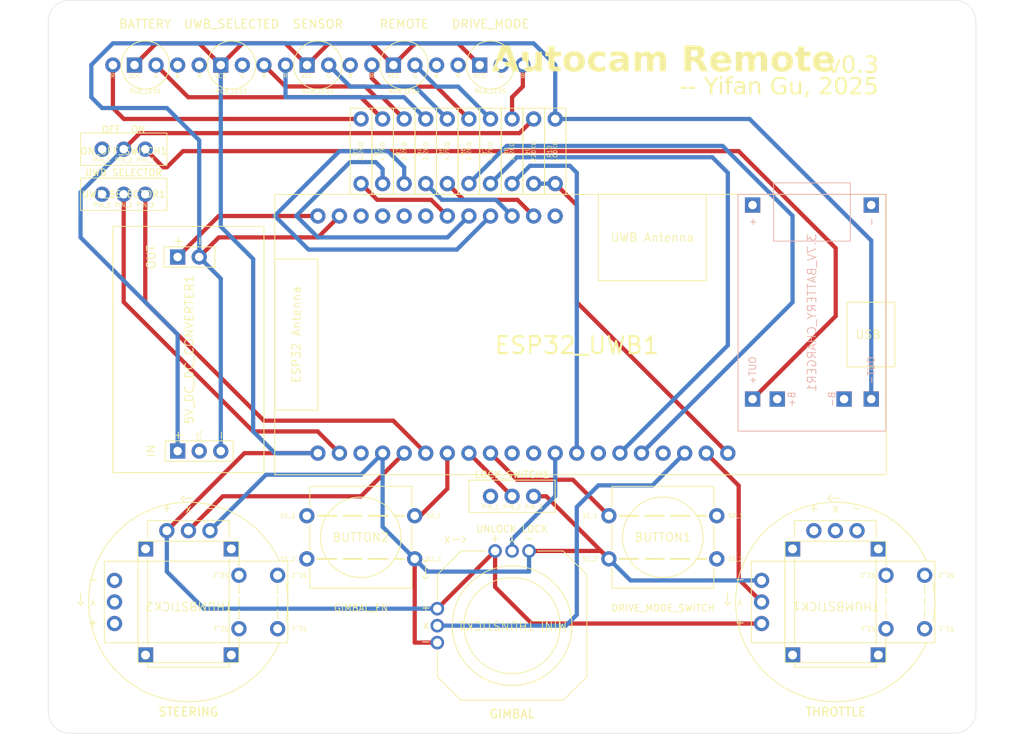
<source format=kicad_pcb>
(kicad_pcb (version 20241229) (generator "pcbnew") (generator_version "9.0")
  (title_block (title "Autocam Remote") (date "2025-03-18") (rev "v0.3"))
  (layers (0 "F.Cu" signal) (2 "B.Cu" signal) (13 "F.Paste" user) (15 "B.Paste" user) (5 "F.SilkS" user "F.Silkscreen") (7 "B.SilkS" user "B.Silkscreen") (1 "F.Mask" user) (3 "B.Mask" user) (25 "Edge.Cuts" user))
  (net 0 "")
  (net 3 "Net-(3.7V_BATTERY_CHARGER1-OUT+)")
  (net 6 "Net-(3.7V_BATTERY_CHARGER1-OUT-)")
  (net 7 "Net-(5V_DC_DC_CONVERTER1-OUT_+)")
  (net 8 "Net-(5V_DC_DC_CONVERTER1-IN_+)")
  (net 10 "Net-(ESP32_UWB1-IO25)")
  (net 12 "Net-(ESP32_UWB1-3V3)")
  (net 13 "Net-(ESP32_UWB1-IO39)")
  (net 36 "Net-(RGB_LED1-R)")
  (net 37 "Net-(RGB_LED1-G)")
  (net 42 "Net-(ESP32_UWB1-IO5)")
  (net 43 "Net-(RGB_LED2-B)")
  (net 44 "Net-(ESP32_UWB1-IO17)")
  (net 45 "Net-(ESP32_UWB1-IO21)")
  (net 46 "Net-(ESP32_UWB1-IO22)")
  (net 47 "Net-(RGB_LED3-R)")
  (net 48 "Net-(RGB_LED3-G)")
  (net 50 "Net-(ESP32_UWB1-IO12)")
  (net 51 "Net-(ESP32_UWB1-GND-Pad2)")
  (net 52 "Net-(BUTTON2-S2_1)")
  (net 57 "Net-(ESP32_UWB1-IO14)")
  (net 58 "Net-(ESP32_UWB1-IO36)")
  (net 59 "Net-(ESP32_UWB1-IO33)")
  (net 60 "Net-(ESP32_UWB1-IO2)")
  (net 61 "Net-(ESP32_UWB1-IO26)")
  (net 63 "Net-(RGB_LED4-R)")
  (net 64 "Net-(RGB_LED4-G)")
  (net 66 "Net-(RGB_LED5-B)")
  (net 67 "Net-(BUTTON1-S1_2)")
  (net 69 "Net-(BUTTON1-S1_1)")
  (net 70 "Net-(ESP32_UWB1-IO35)")
  (net 72 "Net-(ESP32_UWB1-IO32)")
  (net 75 "Net-(ESP32_UWB1-IO16)")
  (footprint "Autocam:Mini 2-Axis Analog Thumbstick" (layer "F.Cu") (at 149.86 127.019 180)
    (property "Reference" "MINI_THUNSTICK1" (at 0 0 180) (layer "F.SilkS") (effects (font (thickness 0.1))))
    (property "Value" "GIMBAL" (at 0 -10.408942 0) (layer "F.SilkS"))
    (fp_text user "Y" (at 0 10.16 180) (layer "F.SilkS") (effects (font (size 0.7 0.7) (thickness 0.1))))
    (fp_text user "-" (at -2 10.16 180) (layer "F.SilkS") (effects (font (thickness 0.1))))
    (fp_text user "+" (at 2 10.16 180) (layer "F.SilkS") (effects (font (thickness 0.1))))
    (fp_text user "Y" (at 10.16 7.62 90) (layer "F.SilkS") (effects (font (size 0.7 0.7) (thickness 0.1))))
    (fp_text user "-" (at 10.16 -2 180) (layer "F.SilkS") (effects (font (thickness 0.1))))
    (fp_text user "+" (at 10.16 2 180) (layer "F.SilkS") (effects (font (thickness 0.1))))
    (fp_text user "X" (at 10.16 0 180) (layer "F.SilkS") (effects (font (size 0.7 0.7) (thickness 0.1))))
    (fp_text user "X" (at 7.62 10.16 180) (layer "F.SilkS") (effects (font (size 0.7 0.7) (thickness 0.1))))
    (pad "1" thru_hole circle (at 8.8 -2 90) (size 1.6 1.6) (drill 1) (layers "*.Cu" "*.Mask") (net 67 "Net-(BUTTON1-S1_2)"))
    (pad "2" thru_hole circle (at 8.8 0 90) (size 1.6 1.6) (drill 1) (layers "*.Cu" "*.Mask") (net 70 "Net-(ESP32_UWB1-IO35)"))
    (pad "3" thru_hole circle (at 8.8 2 90) (size 1.6 1.6) (drill 1) (layers "*.Cu" "*.Mask") (net 12 "Net-(ESP32_UWB1-3V3)"))
    (pad "4" thru_hole circle (at -2 8.8 180) (size 1.6 1.6) (drill 1) (layers "*.Cu" "*.Mask") (net 67 "Net-(BUTTON1-S1_2)"))
    (pad "5" thru_hole circle (at 0 8.8 180) (size 1.6 1.6) (drill 1) (layers "*.Cu" "*.Mask") (net 10 "Net-(ESP32_UWB1-IO25)"))
    (pad "6" thru_hole circle (at 2 8.8 180) (size 1.6 1.6) (drill 1) (layers "*.Cu" "*.Mask") (net 12 "Net-(ESP32_UWB1-3V3)"))
  )
  (footprint "Autocam:Anode RGB LED (Round)" (layer "F.Cu") (at 137.16 60.979)
    (property "Reference" "RGB_LED4" (at 0 2.788942 0) (layer "F.SilkS") (effects (font (size 0.5 0.5) (thickness 0.0625)) (justify top)))
    (property "Value" "REMOTE" (at 0 -4.831058 0) (layer "F.SilkS") (effects (font (thickness 0.125))))
    (fp_text user "G" (at 1.27 1.27 0) (layer "F.SilkS") (effects (font (size 0.5 0.5) (thickness 0.0625))))
    (fp_text user "R" (at -3.81 1.27 0) (layer "F.SilkS") (effects (font (size 0.5 0.5) (thickness 0.0625))))
    (fp_text user "VCC" (at -1.27 1.27 0) (layer "F.SilkS") (effects (font (size 0.5 0.5) (thickness 0.0625))))
    (fp_text user "B" (at 3.81 1.27 0) (layer "F.SilkS") (effects (font (size 0.5 0.5) (thickness 0.0625))))
    (pad "1" thru_hole circle (at -3.81 0) (size 1.8 1.8) (drill 1) (layers "*.Cu" "*.Mask") (net 63 "Net-(RGB_LED4-R)"))
    (pad "2" thru_hole rect (at -1.27 0) (size 1.8 1.8) (drill 1) (layers "*.Cu" "*.Mask") (net 12 "Net-(ESP32_UWB1-3V3)"))
    (pad "3" thru_hole circle (at 1.27 0) (size 1.8 1.8) (drill 1) (layers "*.Cu" "*.Mask") (net 64 "Net-(RGB_LED4-G)"))
    (pad "4" thru_hole circle (at 3.81 0) (size 1.8 1.8) (drill 1) (layers "*.Cu" "*.Mask"))
  )
  (footprint "Autocam:Simple Resistor" (layer "F.Cu") (at 149.86 74.949 90)
    (property "Reference" "R8" (at 3.774036 -0.672769 90) (layer "F.SilkS") (effects (font (size 0.5 0.5) (thickness 0.0625))))
    (property "Value" "2.2KΩ" (at 3.81 0 90) (layer "F.SilkS") (effects (font (size 0.5 0.5) (thickness 0.0625))))
    (pad "1" thru_hole circle (at 0 0 90) (size 1.8 1.8) (drill 1) (layers "*.Cu" "*.Mask") (net 61 "Net-(ESP32_UWB1-IO26)"))
    (pad "2" thru_hole circle (at 7.62 0 90) (size 1.8 1.8) (drill 1) (layers "*.Cu" "*.Mask") (net 66 "Net-(RGB_LED5-B)"))
  )
  (footprint "Autocam:Simple Resistor" (layer "F.Cu") (at 134.62 74.949 90)
    (property "Reference" "R2" (at 3.774036 -0.672769 90) (layer "F.SilkS") (effects (font (size 0.5 0.5) (thickness 0.0625))))
    (property "Value" "4.7KΩ" (at 3.81 0 90) (layer "F.SilkS") (effects (font (size 0.5 0.5) (thickness 0.0625))))
    (pad "1" thru_hole circle (at 0 0 90) (size 1.8 1.8) (drill 1) (layers "*.Cu" "*.Mask") (net 75 "Net-(ESP32_UWB1-IO16)"))
    (pad "2" thru_hole circle (at 7.62 0 90) (size 1.8 1.8) (drill 1) (layers "*.Cu" "*.Mask") (net 37 "Net-(RGB_LED1-G)"))
  )
  (footprint "MountingHole:MountingHole_2.2mm_M2" (layer "F.Cu") (at 200.66 135.89)
    (property "Reference" "REF**" (hide yes))
    (property "Value" "MountingHole_2.2mm_M2")
    (pad "" np_thru_hole circle (at 0 0) (size 2.2 2.2) (drill 2.2) (layers "*.Cu" "*.Mask"))
  )
  (footprint "Autocam:X-Box Style Thumbstick" (layer "F.Cu") (at 187.93 124.230058 180)
    (property "Reference" "THUMBSTICK1" (at 0 -0.5 180) (layer "F.SilkS") (effects (font (thickness 0.1))))
    (property "Value" "THROTTLE" (at -0.03 -12.948942 0) (layer "F.SilkS"))
    (fp_text user "X" (at 0 10.94 180) (layer "F.SilkS") (effects (font (size 0.7 0.7) (thickness 0.1))))
    (fp_text user "S2_1" (at -2.88 -3.15 180) (layer "F.SilkS") (effects (font (size 0.5 0.5) (thickness 0.0625)) (justify right)))
    (fp_text user "S2_2" (at -2.88 3.15 180) (layer "F.SilkS") (effects (font (size 0.5 0.5) (thickness 0.0625)) (justify right)))
    (fp_text user "S1_2" (at -13.04 3.15 180) (layer "F.SilkS") (effects (font (size 0.5 0.5) (thickness 0.0625))))
    (fp_text user "-" (at 11.24 2.54 180) (layer "F.SilkS") (effects (font (thickness 0.1))))
    (fp_text user "S1_1" (at -13.04 -3.15 180) (layer "F.SilkS") (effects (font (size 0.5 0.5) (thickness 0.0625))))
    (fp_text user "Y" (at 11.24 0 180) (layer "F.SilkS") (effects (font (size 0.7 0.7) (thickness 0.1))))
    (fp_text user "-" (at -2.54 10.94 180) (layer "F.SilkS") (effects (font (thickness 0.1))))
    (fp_text user "+" (at 2.54 10.94 180) (layer "F.SilkS") (effects (font (thickness 0.1))))
    (fp_text user "+" (at 11.24 -2.54 180) (layer "F.SilkS") (effects (font (thickness 0.1))))
    (pad "" thru_hole rect (at -5.05 -6.25 180) (size 1.8 1.8) (drill 1.05) (layers "*.Cu" "*.Mask"))
    (pad "" thru_hole rect (at -5.05 6.25 180) (size 1.8 1.8) (drill 1.05) (layers "*.Cu" "*.Mask"))
    (pad "" thru_hole rect (at 5.05 -6.25 180) (size 1.8 1.8) (drill 1.05) (layers "*.Cu" "*.Mask"))
    (pad "" thru_hole rect (at 5.05 6.25 180) (size 1.8 1.8) (drill 1.05) (layers "*.Cu" "*.Mask"))
    (pad "1" thru_hole circle (at -2.54 8.4 180) (size 1.8 1.8) (drill 1.05) (layers "*.Cu" "*.Mask"))
    (pad "2" thru_hole circle (at 0 8.4 180) (size 1.8 1.8) (drill 1.05) (layers "*.Cu" "*.Mask"))
    (pad "3" thru_hole circle (at 2.54 8.4 180) (size 1.8 1.8) (drill 1.05) (layers "*.Cu" "*.Mask"))
    (pad "4" thru_hole circle (at 8.7 2.54 180) (size 1.8 1.8) (drill 1.05) (layers "*.Cu" "*.Mask") (net 67 "Net-(BUTTON1-S1_2)"))
    (pad "5" thru_hole circle (at 8.7 0 180) (size 1.8 1.8) (drill 1.05) (layers "*.Cu" "*.Mask") (net 58 "Net-(ESP32_UWB1-IO36)"))
    (pad "6" thru_hole circle (at 8.7 -2.54 180) (size 1.8 1.8) (drill 1.05) (layers "*.Cu" "*.Mask") (net 12 "Net-(ESP32_UWB1-3V3)"))
    (pad "7" thru_hole circle (at -5.95 -3.15 180) (size 1.8 1.8) (drill 1.05) (layers "*.Cu" "*.Mask"))
    (pad "8" thru_hole circle (at -10.5 -3.15 180) (size 1.8 1.8) (drill 1.05) (layers "*.Cu" "*.Mask"))
    (pad "9" thru_hole circle (at -5.95 3.15 180) (size 1.8 1.8) (drill 1.05) (layers "*.Cu" "*.Mask"))
    (pad "10" thru_hole circle (at -10.5 3.15 180) (size 1.8 1.8) (drill 1.05) (layers "*.Cu" "*.Mask"))
  )
  (footprint "Autocam:Simple Resistor" (layer "F.Cu") (at 139.7 74.949 90)
    (property "Reference" "R4" (at 3.774036 -0.672769 90) (layer "F.SilkS") (effects (font (size 0.5 0.5) (thickness 0.0625))))
    (property "Value" "2.2KΩ" (at 3.81 0 90) (layer "F.SilkS") (effects (font (size 0.5 0.5) (thickness 0.0625))))
    (pad "1" thru_hole circle (at 0 0 90) (size 1.8 1.8) (drill 1) (layers "*.Cu" "*.Mask") (net 45 "Net-(ESP32_UWB1-IO21)"))
    (pad "2" thru_hole circle (at 7.62 0 90) (size 1.8 1.8) (drill 1) (layers "*.Cu" "*.Mask") (net 47 "Net-(RGB_LED3-R)"))
  )
  (footprint "Autocam:Simple Resistor" (layer "F.Cu") (at 152.4 74.949 90)
    (property "Reference" "R9" (at 3.774036 -0.672769 90) (layer "F.SilkS") (effects (font (size 0.5 0.5) (thickness 0.0625))))
    (property "Value" "220KΩ" (at 3.81 0 90) (layer "F.SilkS") (effects (font (size 0.5 0.5) (thickness 0.0625))))
    (pad "1" thru_hole circle (at 0 0 90) (size 1.8 1.8) (drill 1) (layers "*.Cu" "*.Mask") (net 13 "Net-(ESP32_UWB1-IO39)"))
    (pad "2" thru_hole circle (at 7.62 0 90) (size 1.8 1.8) (drill 1) (layers "*.Cu" "*.Mask") (net 8 "Net-(5V_DC_DC_CONVERTER1-IN_+)"))
  )
  (footprint "Autocam:Makersfab ESP32 UWB" (layer "F.Cu") (at 121.92 76.219)
    (property "Reference" "ESP32_UWB1" (at 35.56 17.78 0) (layer "F.SilkS") (effects (font (size 2 2) (thickness 0.25))))
    (property "Value" "~" (hide yes))
    (fp_text user "UWB Antenna" (at 44.45 5.08 0) (layer "F.SilkS") (effects (font (thickness 0.1))))
    (fp_text user "ESP32 Antenna" (at 2.54 16.51 90) (layer "F.SilkS") (effects (font (thickness 0.1))))
    (fp_text user "USB" (at 69.85 16.51 0) (layer "F.SilkS") (effects (font (thickness 0.1))))
    (pad "1" thru_hole circle (at 5.08 30.48) (size 1.8 1.8) (drill 1) (layers "*.Cu" "*.Mask") (net 12 "Net-(ESP32_UWB1-3V3)"))
    (pad "2" thru_hole circle (at 7.62 30.48) (size 1.8 1.8) (drill 1) (layers "*.Cu" "*.Mask") (net 51 "Net-(ESP32_UWB1-GND-Pad2)"))
    (pad "3" thru_hole circle (at 10.16 30.48) (size 1.8 1.8) (drill 1) (layers "*.Cu" "*.Mask"))
    (pad "4" thru_hole circle (at 12.7 30.48) (size 1.8 1.8) (drill 1) (layers "*.Cu" "*.Mask") (net 67 "Net-(BUTTON1-S1_2)"))
    (pad "5" thru_hole circle (at 15.24 30.48) (size 1.8 1.8) (drill 1) (layers "*.Cu" "*.Mask") (net 60 "Net-(ESP32_UWB1-IO2)"))
    (pad "6" thru_hole circle (at 17.78 30.48) (size 1.8 1.8) (drill 1) (layers "*.Cu" "*.Mask") (net 50 "Net-(ESP32_UWB1-IO12)"))
    (pad "7" thru_hole circle (at 20.32 30.48) (size 1.8 1.8) (drill 1) (layers "*.Cu" "*.Mask") (net 52 "Net-(BUTTON2-S2_1)"))
    (pad "8" thru_hole circle (at 22.86 30.48) (size 1.8 1.8) (drill 1) (layers "*.Cu" "*.Mask") (net 57 "Net-(ESP32_UWB1-IO14)"))
    (pad "9" thru_hole circle (at 25.4 30.48) (size 1.8 1.8) (drill 1) (layers "*.Cu" "*.Mask") (net 69 "Net-(BUTTON1-S1_1)"))
    (pad "10" thru_hole circle (at 27.94 30.48) (size 1.8 1.8) (drill 1) (layers "*.Cu" "*.Mask"))
    (pad "11" thru_hole circle (at 30.48 30.48) (size 1.8 1.8) (drill 1) (layers "*.Cu" "*.Mask"))
    (pad "12" thru_hole circle (at 33.02 30.48) (size 1.8 1.8) (drill 1) (layers "*.Cu" "*.Mask") (net 10 "Net-(ESP32_UWB1-IO25)"))
    (pad "13" thru_hole circle (at 35.56 30.48) (size 1.8 1.8) (drill 1) (layers "*.Cu" "*.Mask") (net 61 "Net-(ESP32_UWB1-IO26)"))
    (pad "14" thru_hole circle (at 38.1 30.48) (size 1.8 1.8) (drill 1) (layers "*.Cu" "*.Mask"))
    (pad "15" thru_hole circle (at 40.64 30.48) (size 1.8 1.8) (drill 1) (layers "*.Cu" "*.Mask") (net 72 "Net-(ESP32_UWB1-IO32)"))
    (pad "16" thru_hole circle (at 43.18 30.48) (size 1.8 1.8) (drill 1) (layers "*.Cu" "*.Mask") (net 59 "Net-(ESP32_UWB1-IO33)"))
    (pad "17" thru_hole circle (at 45.72 30.48) (size 1.8 1.8) (drill 1) (layers "*.Cu" "*.Mask"))
    (pad "18" thru_hole circle (at 48.26 30.48) (size 1.8 1.8) (drill 1) (layers "*.Cu" "*.Mask") (net 70 "Net-(ESP32_UWB1-IO35)"))
    (pad "19" thru_hole circle (at 50.8 30.48) (size 1.8 1.8) (drill 1) (layers "*.Cu" "*.Mask") (net 58 "Net-(ESP32_UWB1-IO36)"))
    (pad "20" thru_hole circle (at 53.34 30.48) (size 1.8 1.8) (drill 1) (layers "*.Cu" "*.Mask") (net 13 "Net-(ESP32_UWB1-IO39)"))
    (pad "21" thru_hole circle (at 5.08 2.54) (size 1.8 1.8) (drill 1) (layers "*.Cu" "*.Mask") (net 7 "Net-(5V_DC_DC_CONVERTER1-OUT_+)"))
    (pad "22" thru_hole circle (at 7.62 2.54) (size 1.8 1.8) (drill 1) (layers "*.Cu" "*.Mask") (net 6 "Net-(3.7V_BATTERY_CHARGER1-OUT-)"))
    (pad "23" thru_hole circle (at 10.16 2.54) (size 1.8 1.8) (drill 1) (layers "*.Cu" "*.Mask"))
    (pad "24" thru_hole circle (at 12.7 2.54) (size 1.8 1.8) (drill 1) (layers "*.Cu" "*.Mask"))
    (pad "25" thru_hole circle (at 15.24 2.54) (size 1.8 1.8) (drill 1) (layers "*.Cu" "*.Mask"))
    (pad "26" thru_hole circle (at 17.78 2.54) (size 1.8 1.8) (drill 1) (layers "*.Cu" "*.Mask"))
    (pad "27" thru_hole circle (at 20.32 2.54) (size 1.8 1.8) (drill 1) (layers "*.Cu" "*.Mask") (net 42 "Net-(ESP32_UWB1-IO5)"))
    (pad "28" thru_hole circle (at 22.86 2.54) (size 1.8 1.8) (drill 1) (layers "*.Cu" "*.Mask") (net 75 "Net-(ESP32_UWB1-IO16)"))
    (pad "29" thru_hole circle (at 25.4 2.54) (size 1.8 1.8) (drill 1) (layers "*.Cu" "*.Mask") (net 44 "Net-(ESP32_UWB1-IO17)"))
    (pad "30" thru_hole circle (at 27.94 2.54) (size 1.8 1.8) (drill 1) (layers "*.Cu" "*.Mask") (net 45 "Net-(ESP32_UWB1-IO21)"))
    (pad "31" thru_hole circle (at 30.48 2.54) (size 1.8 1.8) (drill 1) (layers "*.Cu" "*.Mask") (net 46 "Net-(ESP32_UWB1-IO22)"))
    (pad "32" thru_hole circle (at 33.02 2.54) (size 1.8 1.8) (drill 1) (layers "*.Cu" "*.Mask"))
  )
  (footprint "Autocam:3-PIN Switch" (layer "F.Cu") (at 101.6 70.890058)
    (property "Reference" "ON_OFF_SWITCH1" (at 2.54 0.229942 0) (layer "F.SilkS") (effects (font (size 0.8 0.8) (thickness 0.1))))
    (property "Value" "OFF  ON" (at 2.54 -2.310058 0) (layer "F.SilkS") (effects (font (size 0.8 0.8) (thickness 0.1))))
    (fp_text user "PIN_3" (at 5.08 1.27 0) (layer "F.SilkS") (effects (font (size 0.5 0.5) (thickness 0.0625))))
    (fp_text user "PIN_1" (at 0 1.27 0) (layer "F.SilkS") (effects (font (size 0.5 0.5) (thickness 0.0625))))
    (fp_text user "PIN_2" (at 2.54 1.27 0) (layer "F.SilkS") (effects (font (size 0.5 0.5) (thickness 0.0625))))
    (pad "1" thru_hole circle (at 0 0) (size 1.8 1.8) (drill 1) (layers "*.Cu" "*.Mask"))
    (pad "2" thru_hole circle (at 2.54 0) (size 1.8 1.8) (drill 1) (layers "*.Cu" "*.Mask") (net 8 "Net-(5V_DC_DC_CONVERTER1-IN_+)"))
    (pad "3" thru_hole circle (at 5.08 0) (size 1.8 1.8) (drill 1) (layers "*.Cu" "*.Mask") (net 3 "Net-(3.7V_BATTERY_CHARGER1-OUT+)"))
  )
  (footprint "Autocam:Simple Resistor" (layer "F.Cu") (at 147.32 74.949 90)
    (property "Reference" "R7" (at 3.774036 -0.672769 90) (layer "F.SilkS") (effects (font (size 0.5 0.5) (thickness 0.0625))))
    (property "Value" "4.7KΩ" (at 3.81 0 90) (layer "F.SilkS") (effects (font (size 0.5 0.5) (thickness 0.0625))))
    (pad "1" thru_hole circle (at 0 0 90) (size 1.8 1.8) (drill 1) (layers "*.Cu" "*.Mask") (net 72 "Net-(ESP32_UWB1-IO32)"))
    (pad "2" thru_hole circle (at 7.62 0 90) (size 1.8 1.8) (drill 1) (layers "*.Cu" "*.Mask") (net 64 "Net-(RGB_LED4-G)"))
  )
  (footprint "Autocam:Tactile Switch Button (Square)" (layer "F.Cu") (at 132.05 116.610058)
    (property "Reference" "BUTTON2" (at 0 0 0) (layer "F.SilkS") (effects (font (thickness 0.1))))
    (property "Value" "GIMBAL_FN" (at 0.03 7.868942 0) (layer "F.SilkS") (effects (font (size 0.8 0.8) (thickness 0.1)) (justify top)))
    (fp_text user "S1_1" (at -7.62 -2.54 0) (layer "F.SilkS") (effects (font (size 0.5 0.5) (thickness 0.0625)) (justify right)))
    (fp_text user "S2_2" (at 7.62 2.54 0) (layer "F.SilkS") (effects (font (size 0.5 0.5) (thickness 0.0625)) (justify left)))
    (fp_text user "S2_1" (at 7.62 -2.54 0) (layer "F.SilkS") (effects (font (size 0.5 0.5) (thickness 0.0625)) (justify left)))
    (fp_text user "S1_2" (at -7.62 2.54 0) (layer "F.SilkS") (effects (font (size 0.5 0.5) (thickness 0.0625)) (justify right)))
    (pad "1" thru_hole circle (at -6.35 -2.54) (size 1.8 1.8) (drill 1) (layers "*.Cu" "*.Mask"))
    (pad "2" thru_hole circle (at -6.35 2.54) (size 1.8 1.8) (drill 1) (layers "*.Cu" "*.Mask"))
    (pad "3" thru_hole circle (at 6.35 -2.54) (size 1.8 1.8) (drill 1) (layers "*.Cu" "*.Mask") (net 52 "Net-(BUTTON2-S2_1)"))
    (pad "4" thru_hole circle (at 6.35 2.54) (size 1.8 1.8) (drill 1) (layers "*.Cu" "*.Mask") (net 67 "Net-(BUTTON1-S1_2)"))
  )
  (footprint "Autocam:Anode RGB LED (Round)" (layer "F.Cu") (at 106.68 60.979)
    (property "Reference" "RGB_LED1" (at 0 2.788942 0) (layer "F.SilkS") (effects (font (size 0.5 0.5) (thickness 0.0625)) (justify top)))
    (property "Value" "BATTERY" (at 0 -4.831058 0) (layer "F.SilkS") (effects (font (thickness 0.125))))
    (fp_text user "G" (at 1.27 1.27 0) (layer "F.SilkS") (effects (font (size 0.5 0.5) (thickness 0.0625))))
    (fp_text user "B" (at 3.81 1.27 0) (layer "F.SilkS") (effects (font (size 0.5 0.5) (thickness 0.0625))))
    (fp_text user "VCC" (at -1.27 1.27 0) (layer "F.SilkS") (effects (font (size 0.5 0.5) (thickness 0.0625))))
    (fp_text user "R" (at -3.81 1.27 0) (layer "F.SilkS") (effects (font (size 0.5 0.5) (thickness 0.0625))))
    (pad "1" thru_hole circle (at -3.81 0) (size 1.8 1.8) (drill 1) (layers "*.Cu" "*.Mask") (net 36 "Net-(RGB_LED1-R)"))
    (pad "2" thru_hole rect (at -1.27 0) (size 1.8 1.8) (drill 1) (layers "*.Cu" "*.Mask") (net 12 "Net-(ESP32_UWB1-3V3)"))
    (pad "3" thru_hole circle (at 1.27 0) (size 1.8 1.8) (drill 1) (layers "*.Cu" "*.Mask") (net 37 "Net-(RGB_LED1-G)"))
    (pad "4" thru_hole circle (at 3.81 0) (size 1.8 1.8) (drill 1) (layers "*.Cu" "*.Mask"))
  )
  (footprint "Autocam:Simple Resistor" (layer "F.Cu") (at 132.08 74.949 90)
    (property "Reference" "R1" (at 3.774036 -0.672769 90) (layer "F.SilkS") (effects (font (size 0.5 0.5) (thickness 0.0625))))
    (property "Value" "2.2KΩ" (at 3.81 0 90) (layer "F.SilkS") (effects (font (size 0.5 0.5) (thickness 0.0625))))
    (pad "1" thru_hole circle (at 0 0 90) (size 1.8 1.8) (drill 1) (layers "*.Cu" "*.Mask") (net 42 "Net-(ESP32_UWB1-IO5)"))
    (pad "2" thru_hole circle (at 7.62 0 90) (size 1.8 1.8) (drill 1) (layers "*.Cu" "*.Mask") (net 36 "Net-(RGB_LED1-R)"))
  )
  (footprint "Autocam:X-Box Style Thumbstick" (layer "F.Cu") (at 111.76 124.230058 180)
    (property "Reference" "THUMBSTICK2" (at 0 -0.5 180) (layer "F.SilkS") (effects (font (thickness 0.1))))
    (property "Value" "STEERING" (at 0 -12.948942 0) (layer "F.SilkS"))
    (fp_text user "+" (at 2.54 10.94 180) (layer "F.SilkS") (effects (font (thickness 0.1))))
    (fp_text user "Y" (at 11.24 0 180) (layer "F.SilkS") (effects (font (size 0.7 0.7) (thickness 0.1))))
    (fp_text user "S2_2" (at -2.88 3.15 180) (layer "F.SilkS") (effects (font (size 0.5 0.5) (thickness 0.0625)) (justify right)))
    (fp_text user "-" (at -2.54 10.94 180) (layer "F.SilkS") (effects (font (thickness 0.1))))
    (fp_text user "S1_2" (at -13.04 3.15 180) (layer "F.SilkS") (effects (font (size 0.5 0.5) (thickness 0.0625))))
    (fp_text user "-" (at 11.24 2.54 180) (layer "F.SilkS") (effects (font (thickness 0.1))))
    (fp_text user "S2_1" (at -2.88 -3.15 180) (layer "F.SilkS") (effects (font (size 0.5 0.5) (thickness 0.0625)) (justify right)))
    (fp_text user "+" (at 11.24 -2.54 180) (layer "F.SilkS") (effects (font (thickness 0.1))))
    (fp_text user "S1_1" (at -13.04 -3.15 180) (layer "F.SilkS") (effects (font (size 0.5 0.5) (thickness 0.0625))))
    (fp_text user "X" (at 0 10.94 180) (layer "F.SilkS") (effects (font (size 0.7 0.7) (thickness 0.1))))
    (pad "" thru_hole rect (at -5.05 -6.25 180) (size 1.8 1.8) (drill 1.05) (layers "*.Cu" "*.Mask"))
    (pad "" thru_hole rect (at -5.05 6.25 180) (size 1.8 1.8) (drill 1.05) (layers "*.Cu" "*.Mask"))
    (pad "" thru_hole rect (at 5.05 -6.25 180) (size 1.8 1.8) (drill 1.05) (layers "*.Cu" "*.Mask"))
    (pad "" thru_hole rect (at 5.05 6.25 180) (size 1.8 1.8) (drill 1.05) (layers "*.Cu" "*.Mask"))
    (pad "1" thru_hole circle (at -2.54 8.4 180) (size 1.8 1.8) (drill 1.05) (layers "*.Cu" "*.Mask") (net 67 "Net-(BUTTON1-S1_2)"))
    (pad "2" thru_hole circle (at 0 8.4 180) (size 1.8 1.8) (drill 1.05) (layers "*.Cu" "*.Mask") (net 60 "Net-(ESP32_UWB1-IO2)"))
    (pad "3" thru_hole circle (at 2.54 8.4 180) (size 1.8 1.8) (drill 1.05) (layers "*.Cu" "*.Mask") (net 12 "Net-(ESP32_UWB1-3V3)"))
    (pad "4" thru_hole circle (at 8.7 2.54 180) (size 1.8 1.8) (drill 1.05) (layers "*.Cu" "*.Mask"))
    (pad "5" thru_hole circle (at 8.7 0 180) (size 1.8 1.8) (drill 1.05) (layers "*.Cu" "*.Mask"))
    (pad "6" thru_hole circle (at 8.7 -2.54 180) (size 1.8 1.8) (drill 1.05) (layers "*.Cu" "*.Mask"))
    (pad "7" thru_hole circle (at -5.95 -3.15 180) (size 1.8 1.8) (drill 1.05) (layers "*.Cu" "*.Mask"))
    (pad "8" thru_hole circle (at -10.5 -3.15 180) (size 1.8 1.8) (drill 1.05) (layers "*.Cu" "*.Mask"))
    (pad "9" thru_hole circle (at -5.95 3.15 180) (size 1.8 1.8) (drill 1.05) (layers "*.Cu" "*.Mask"))
    (pad "10" thru_hole circle (at -10.5 3.15 180) (size 1.8 1.8) (drill 1.05) (layers "*.Cu" "*.Mask"))
  )
  (footprint "Autocam:5V DC-DC Step Up Converter (Rectangle)" (layer "F.Cu") (at 102.87 108.990058 90)
    (property "Reference" "5V_DC_DC_CONVERTER1" (at 14.5 9 90) (layer "F.SilkS") (effects (font (thickness 0.1))))
    (property "Value" "~")
    (fp_text user "+" (at 27.94 7.62 90) (layer "F.SilkS") (effects (font (thickness 0.1)) (justify right)))
    (fp_text user "CTL" (at 5.08 10.16 90) (layer "F.SilkS") (effects (font (size 0.5 0.5) (thickness 0.0625)) (justify right)))
    (fp_text user "-" (at 5.08 12.7 90) (layer "F.SilkS") (effects (font (thickness 0.1)) (justify right)))
    (fp_text user "IN" (at 2.54 5.08 90) (layer "F.SilkS") (effects (font (thickness 0.1)) (justify bottom)))
    (fp_text user "-" (at 27.94 10.16 90) (layer "F.SilkS") (effects (font (thickness 0.1)) (justify right)))
    (fp_text user "+" (at 5.08 7.62 90) (layer "F.SilkS") (effects (font (thickness 0.1)) (justify right)))
    (fp_text user "OUT" (at 25.4 5.08 90) (layer "F.SilkS") (effects (font (thickness 0.1)) (justify bottom)))
    (pad "1" thru_hole rect (at 2.54 7.62 90) (size 1.8 1.8) (drill 1) (layers "*.Cu" "*.Mask") (net 8 "Net-(5V_DC_DC_CONVERTER1-IN_+)"))
    (pad "2" thru_hole circle (at 2.54 10.16 90) (size 1.8 1.8) (drill 1) (layers "*.Cu" "*.Mask"))
    (pad "3" thru_hole circle (at 2.54 12.7 90) (size 1.8 1.8) (drill 1) (layers "*.Cu" "*.Mask") (net 6 "Net-(3.7V_BATTERY_CHARGER1-OUT-)"))
    (pad "4" thru_hole rect (at 25.4 7.62 90) (size 1.8 1.8) (drill 1) (layers "*.Cu" "*.Mask") (net 7 "Net-(5V_DC_DC_CONVERTER1-OUT_+)"))
    (pad "5" thru_hole circle (at 25.4 10.16 90) (size 1.8 1.8) (drill 1) (layers "*.Cu" "*.Mask") (net 6 "Net-(3.7V_BATTERY_CHARGER1-OUT-)"))
  )
  (footprint "MountingHole:MountingHole_2.2mm_M2" (layer "F.Cu") (at 200.66 105.41)
    (property "Reference" "REF**" (hide yes))
    (property "Value" "MountingHole_2.2mm_M2")
    (pad "" np_thru_hole circle (at 0 0) (size 2.2 2.2) (drill 2.2) (layers "*.Cu" "*.Mask"))
  )
  (footprint "MountingHole:MountingHole_2.2mm_M2" (layer "F.Cu") (at 200.66 57.15)
    (property "Reference" "REF**" (hide yes))
    (property "Value" "MountingHole_2.2mm_M2")
    (pad "" np_thru_hole circle (at 0 0) (size 2.2 2.2) (drill 2.2) (layers "*.Cu" "*.Mask"))
  )
  (footprint "Autocam:Tactile Switch Button (Square)" (layer "F.Cu") (at 167.61 116.610058)
    (property "Reference" "BUTTON1" (at 0 0 0) (layer "F.SilkS") (effects (font (thickness 0.1))))
    (property "Value" "DRIVE_MODE_SWITCH" (at 0.03 7.868942 0) (layer "F.SilkS") (effects (font (size 0.8 0.8) (thickness 0.1)) (justify top)))
    (fp_text user "S2_2" (at 7.62 2.54 0) (layer "F.SilkS") (effects (font (size 0.5 0.5) (thickness 0.0625)) (justify left)))
    (fp_text user "S1_1" (at -7.62 -2.54 0) (layer "F.SilkS") (effects (font (size 0.5 0.5) (thickness 0.0625)) (justify right)))
    (fp_text user "S1_2" (at -7.62 2.54 0) (layer "F.SilkS") (effects (font (size 0.5 0.5) (thickness 0.0625)) (justify right)))
    (fp_text user "S2_1" (at 7.62 -2.54 0) (layer "F.SilkS") (effects (font (size 0.5 0.5) (thickness 0.0625)) (justify left)))
    (pad "1" thru_hole circle (at -6.35 -2.54) (size 1.8 1.8) (drill 1) (layers "*.Cu" "*.Mask") (net 69 "Net-(BUTTON1-S1_1)"))
    (pad "2" thru_hole circle (at -6.35 2.54) (size 1.8 1.8) (drill 1) (layers "*.Cu" "*.Mask") (net 67 "Net-(BUTTON1-S1_2)"))
    (pad "3" thru_hole circle (at 6.35 -2.54) (size 1.8 1.8) (drill 1) (layers "*.Cu" "*.Mask"))
    (pad "4" thru_hole circle (at 6.35 2.54) (size 1.8 1.8) (drill 1) (layers "*.Cu" "*.Mask"))
  )
  (footprint "Autocam:Anode RGB LED (Round)" (layer "F.Cu") (at 116.84 60.979)
    (property "Reference" "RGB_LED2" (at 0 2.788942 0) (layer "F.SilkS") (effects (font (size 0.5 0.5) (thickness 0.0625)) (justify top)))
    (property "Value" "UWB_SELECTED" (at 0 -4.831058 0) (layer "F.SilkS") (effects (font (thickness 0.125))))
    (fp_text user "R" (at -3.81 1.27 0) (layer "F.SilkS") (effects (font (size 0.5 0.5) (thickness 0.0625))))
    (fp_text user "VCC" (at -1.27 1.27 0) (layer "F.SilkS") (effects (font (size 0.5 0.5) (thickness 0.0625))))
    (fp_text user "G" (at 1.27 1.27 0) (layer "F.SilkS") (effects (font (size 0.5 0.5) (thickness 0.0625))))
    (fp_text user "B" (at 3.81 1.27 0) (layer "F.SilkS") (effects (font (size 0.5 0.5) (thickness 0.0625))))
    (pad "1" thru_hole circle (at -3.81 0) (size 1.8 1.8) (drill 1) (layers "*.Cu" "*.Mask"))
    (pad "2" thru_hole rect (at -1.27 0) (size 1.8 1.8) (drill 1) (layers "*.Cu" "*.Mask") (net 12 "Net-(ESP32_UWB1-3V3)"))
    (pad "3" thru_hole circle (at 1.27 0) (size 1.8 1.8) (drill 1) (layers "*.Cu" "*.Mask"))
    (pad "4" thru_hole circle (at 3.81 0) (size 1.8 1.8) (drill 1) (layers "*.Cu" "*.Mask") (net 43 "Net-(RGB_LED2-B)"))
  )
  (footprint "MountingHole:MountingHole_2.2mm_M2" (layer "F.Cu") (at 99.06 135.89)
    (property "Reference" "REF**" (hide yes))
    (property "Value" "MountingHole_2.2mm_M2")
    (pad "" np_thru_hole circle (at 0 0) (size 2.2 2.2) (drill 2.2) (layers "*.Cu" "*.Mask"))
  )
  (footprint "Autocam:Simple Resistor" (layer "F.Cu") (at 144.78 74.949 90)
    (property "Reference" "R6" (at 3.774036 -0.672769 90) (layer "F.SilkS") (effects (font (size 0.5 0.5) (thickness 0.0625))))
    (property "Value" "2.2KΩ" (at 3.81 0 90) (layer "F.SilkS") (effects (font (size 0.5 0.5) (thickness 0.0625))))
    (pad "1" thru_hole circle (at 0 0 90) (size 1.8 1.8) (drill 1) (layers "*.Cu" "*.Mask") (net 59 "Net-(ESP32_UWB1-IO33)"))
    (pad "2" thru_hole circle (at 7.62 0 90) (size 1.8 1.8) (drill 1) (layers "*.Cu" "*.Mask") (net 63 "Net-(RGB_LED4-R)"))
  )
  (footprint "Autocam:Simple Resistor" (layer "F.Cu") (at 154.94 74.949 90)
    (property "Reference" "R10" (at 3.774036 -0.672769 90) (layer "F.SilkS") (effects (font (size 0.5 0.5) (thickness 0.0625))))
    (property "Value" "100KΩ" (at 3.81 0 90) (layer "F.SilkS") (effects (font (size 0.5 0.5) (thickness 0.0625))))
    (pad "1" thru_hole circle (at 0 0 90) (size 1.8 1.8) (drill 1) (layers "*.Cu" "*.Mask") (net 13 "Net-(ESP32_UWB1-IO39)"))
    (pad "2" thru_hole circle (at 7.62 0 90) (size 1.8 1.8) (drill 1) (layers "*.Cu" "*.Mask") (net 6 "Net-(3.7V_BATTERY_CHARGER1-OUT-)"))
  )
  (footprint "Autocam:Anode RGB LED (Round)" (layer "F.Cu") (at 127 60.979)
    (property "Reference" "RGB_LED3" (at 0 2.788942 0) (layer "F.SilkS") (effects (font (size 0.5 0.5) (thickness 0.0625)) (justify top)))
    (property "Value" "SENSOR" (at 0 -4.831058 0) (layer "F.SilkS") (effects (font (thickness 0.125))))
    (fp_text user "G" (at 1.27 1.27 0) (layer "F.SilkS") (effects (font (size 0.5 0.5) (thickness 0.0625))))
    (fp_text user "B" (at 3.81 1.27 0) (layer "F.SilkS") (effects (font (size 0.5 0.5) (thickness 0.0625))))
    (fp_text user "VCC" (at -1.27 1.27 0) (layer "F.SilkS") (effects (font (size 0.5 0.5) (thickness 0.0625))))
    (fp_text user "R" (at -3.81 1.27 0) (layer "F.SilkS") (effects (font (size 0.5 0.5) (thickness 0.0625))))
    (pad "1" thru_hole circle (at -3.81 0) (size 1.8 1.8) (drill 1) (layers "*.Cu" "*.Mask") (net 47 "Net-(RGB_LED3-R)"))
    (pad "2" thru_hole rect (at -1.27 0) (size 1.8 1.8) (drill 1) (layers "*.Cu" "*.Mask") (net 12 "Net-(ESP32_UWB1-3V3)"))
    (pad "3" thru_hole circle (at 1.27 0) (size 1.8 1.8) (drill 1) (layers "*.Cu" "*.Mask") (net 48 "Net-(RGB_LED3-G)"))
    (pad "4" thru_hole circle (at 3.81 0) (size 1.8 1.8) (drill 1) (layers "*.Cu" "*.Mask"))
  )
  (footprint "Autocam:3-PIN Switch" (layer "F.Cu") (at 147.32 111.779)
    (property "Reference" "LOCK_SWITCH1" (at 2.54 -2.54 0) (layer "F.SilkS") (effects (font (size 0.8 0.8) (thickness 0.1))))
    (property "Value" "UNLOCK LOCK" (at 2.54 4.326343 0) (layer "F.SilkS") (effects (font (size 0.8 0.8) (thickness 0.1)) (justify bottom)))
    (fp_text user "PIN_2" (at 2.54 1.27 0) (layer "F.SilkS") (effects (font (size 0.5 0.5) (thickness 0.0625))))
    (fp_text user "PIN_1" (at 0 1.27 0) (layer "F.SilkS") (effects (font (size 0.5 0.5) (thickness 0.0625))))
    (fp_text user "PIN_3" (at 5.08 1.27 0) (layer "F.SilkS") (effects (font (size 0.5 0.5) (thickness 0.0625))))
    (pad "1" thru_hole circle (at 0 0) (size 1.8 1.8) (drill 1) (layers "*.Cu" "*.Mask"))
    (pad "2" thru_hole circle (at 2.54 0) (size 1.8 1.8) (drill 1) (layers "*.Cu" "*.Mask") (net 57 "Net-(ESP32_UWB1-IO14)"))
    (pad "3" thru_hole circle (at 5.08 0) (size 1.8 1.8) (drill 1) (layers "*.Cu" "*.Mask") (net 67 "Net-(BUTTON1-S1_2)"))
  )
  (footprint "Autocam:Simple Resistor" (layer "F.Cu") (at 137.16 74.949 90)
    (property "Reference" "R3" (at 3.774036 -0.672769 90) (layer "F.SilkS") (effects (font (size 0.5 0.5) (thickness 0.0625))))
    (property "Value" "2.2KΩ" (at 3.81 0 90) (layer "F.SilkS") (effects (font (size 0.5 0.5) (thickness 0.0625))))
    (pad "1" thru_hole circle (at 0 0 90) (size 1.8 1.8) (drill 1) (layers "*.Cu" "*.Mask") (net 44 "Net-(ESP32_UWB1-IO17)"))
    (pad "2" thru_hole circle (at 7.62 0 90) (size 1.8 1.8) (drill 1) (layers "*.Cu" "*.Mask") (net 43 "Net-(RGB_LED2-B)"))
  )
  (footprint "MountingHole:MountingHole_2.2mm_M2" (layer "F.Cu") (at 99.06 105.41)
    (property "Reference" "REF**" (hide yes))
    (property "Value" "MountingHole_2.2mm_M2")
    (pad "" np_thru_hole circle (at 0 0) (size 2.2 2.2) (drill 2.2) (layers "*.Cu" "*.Mask"))
  )
  (footprint "Autocam:3-PIN Switch" (layer "F.Cu") (at 101.6 76.2)
    (property "Reference" "UWB_SELECTOR1" (at 2.54 0 0) (layer "F.SilkS") (effects (font (size 0.8 0.8) (thickness 0.1))))
    (property "Value" "UWB SELECTOR" (at 2.54 -2.54 0) (layer "F.SilkS") (effects (font (size 0.8 0.8) (thickness 0.1))))
    (fp_text user "PIN_3" (at 5.08 1.27 0) (layer "F.SilkS") (effects (font (size 0.5 0.5) (thickness 0.0625))))
    (fp_text user "PIN_1" (at 0 1.27 0) (layer "F.SilkS") (effects (font (size 0.5 0.5) (thickness 0.0625))))
    (fp_text user "PIN_2" (at 2.54 1.27 0) (layer "F.SilkS") (effects (font (size 0.5 0.5) (thickness 0.0625))))
    (pad "1" thru_hole circle (at 0 0) (size 1.8 1.8) (drill 1) (layers "*.Cu" "*.Mask"))
    (pad "2" thru_hole circle (at 2.54 0) (size 1.8 1.8) (drill 1) (layers "*.Cu" "*.Mask") (net 51 "Net-(ESP32_UWB1-GND-Pad2)"))
    (pad "3" thru_hole circle (at 5.08 0) (size 1.8 1.8) (drill 1) (layers "*.Cu" "*.Mask") (net 50 "Net-(ESP32_UWB1-IO12)"))
  )
  (footprint "MountingHole:MountingHole_2.2mm_M2" (layer "F.Cu") (at 99.06 57.15)
    (property "Reference" "REF**" (hide yes))
    (property "Value" "MountingHole_2.2mm_M2")
    (pad "" np_thru_hole circle (at 0 0) (size 2.2 2.2) (drill 2.2) (layers "*.Cu" "*.Mask"))
  )
  (footprint "Autocam:Simple Resistor" (layer "F.Cu") (at 142.24 74.949 90)
    (property "Reference" "R5" (at 3.774036 -0.672769 90) (layer "F.SilkS") (effects (font (size 0.5 0.5) (thickness 0.0625))))
    (property "Value" "4.7KΩ" (at 3.81 0 90) (layer "F.SilkS") (effects (font (size 0.5 0.5) (thickness 0.0625))))
    (pad "1" thru_hole circle (at 0 0 90) (size 1.8 1.8) (drill 1) (layers "*.Cu" "*.Mask") (net 46 "Net-(ESP32_UWB1-IO22)"))
    (pad "2" thru_hole circle (at 7.62 0 90) (size 1.8 1.8) (drill 1) (layers "*.Cu" "*.Mask") (net 48 "Net-(RGB_LED3-G)"))
  )
  (footprint "Autocam:Anode RGB LED (Round)" (layer "F.Cu") (at 147.32 60.979)
    (property "Reference" "RGB_LED5" (at 0 2.788942 0) (layer "F.SilkS") (effects (font (size 0.5 0.5) (thickness 0.0625)) (justify top)))
    (property "Value" "DRIVE_MODE" (at 0 -4.831058 0) (layer "F.SilkS") (effects (font (thickness 0.125))))
    (fp_text user "VCC" (at -1.27 1.27 0) (layer "F.SilkS") (effects (font (size 0.5 0.5) (thickness 0.0625))))
    (fp_text user "B" (at 3.81 1.27 0) (layer "F.SilkS") (effects (font (size 0.5 0.5) (thickness 0.0625))))
    (fp_text user "G" (at 1.27 1.27 0) (layer "F.SilkS") (effects (font (size 0.5 0.5) (thickness 0.0625))))
    (fp_text user "R" (at -3.81 1.27 0) (layer "F.SilkS") (effects (font (size 0.5 0.5) (thickness 0.0625))))
    (pad "1" thru_hole circle (at -3.81 0) (size 1.8 1.8) (drill 1) (layers "*.Cu" "*.Mask"))
    (pad "2" thru_hole rect (at -1.27 0) (size 1.8 1.8) (drill 1) (layers "*.Cu" "*.Mask") (net 12 "Net-(ESP32_UWB1-3V3)"))
    (pad "3" thru_hole circle (at 1.27 0) (size 1.8 1.8) (drill 1) (layers "*.Cu" "*.Mask"))
    (pad "4" thru_hole circle (at 3.81 0) (size 1.8 1.8) (drill 1) (layers "*.Cu" "*.Mask") (net 66 "Net-(RGB_LED5-B)"))
  )
  (footprint "Autocam:USB-C 3.7V Lithium Battery Charger" (layer "B.Cu") (at 193.86 76.2 -90)
    (property "Reference" "3.7V_BATTERY_CHARGER1" (at 13.95 8.7 90) (layer "B.SilkS") (effects (font (thickness 0.1)) (justify mirror)))
    (property "Value" "~")
    (fp_text user "B+" (at 24.13 10.605 90) (layer "B.SilkS") (effects (font (size 0.8 0.8) (thickness 0.1)) (justify bottom mirror)))
    (fp_text user "+" (at 3.81 15.685 90) (layer "B.SilkS") (effects (font (size 0.8 0.8) (thickness 0.1)) (justify right mirror)))
    (fp_text user "OUT+" (at 19.05 15.685 90) (layer "B.SilkS") (effects (font (size 0.8 0.8) (thickness 0.1)) (justify left mirror)))
    (fp_text user "-" (at 3.81 1.715 90) (layer "B.SilkS") (effects (font (size 0.8 0.8) (thickness 0.1)) (justify right mirror)))
    (fp_text user "B-" (at 24.13 6.795 90) (layer "B.SilkS") (effects (font (size 0.8 0.8) (thickness 0.1)) (justify top mirror)))
    (fp_text user "OUT-" (at 19.05 1.715 90) (layer "B.SilkS") (effects (font (size 0.8 0.8) (thickness 0.1)) (justify left mirror)))
    (pad "1" thru_hole rect (at 1.27 15.685 270) (size 1.8 1.8) (drill 1) (layers "*.Cu" "*.Mask"))
    (pad "2" thru_hole rect (at 1.27 1.715 270) (size 1.8 1.8) (drill 1) (layers "*.Cu" "*.Mask"))
    (pad "3" thru_hole rect (at 24.13 15.685 270) (size 1.8 1.8) (drill 1) (layers "*.Cu" "*.Mask") (net 3 "Net-(3.7V_BATTERY_CHARGER1-OUT+)"))
    (pad "4" thru_hole rect (at 24.13 12.785 270) (size 1.8 1.8) (drill 1) (layers "*.Cu" "*.Mask"))
    (pad "5" thru_hole rect (at 24.13 4.915 270) (size 1.8 1.8) (drill 1) (layers "*.Cu" "*.Mask"))
    (pad "6" thru_hole rect (at 24.13 1.715 270) (size 1.8 1.8) (drill 1) (layers "*.Cu" "*.Mask") (net 6 "Net-(3.7V_BATTERY_CHARGER1-OUT-)"))
  )
  (gr_arc (start 201.93 53.34) (mid 203.726051 54.083949) (end 204.47 55.88) (stroke (width 0.05)) (layer "Edge.Cuts"))
  (gr_arc (start 204.47 137.16) (mid 203.726051 138.956051) (end 201.93 139.7) (stroke (width 0.05)) (layer "Edge.Cuts"))
  (gr_arc (start 95.25 55.88) (mid 95.993949 54.083949) (end 97.79 53.34) (stroke (width 0.05)) (layer "Edge.Cuts"))
  (gr_line (start 204.47 55.88) (end 204.47 137.16) (stroke (width 0.05)) (layer "Edge.Cuts"))
  (gr_line (start 95.25 137.16) (end 95.25 55.88) (stroke (width 0.05)) (layer "Edge.Cuts"))
  (gr_line (start 97.79 53.34) (end 201.93 53.34) (stroke (width 0.05)) (layer "Edge.Cuts"))
  (gr_arc (start 97.79 139.7) (mid 95.993949 138.956051) (end 95.25 137.16) (stroke (width 0.05)) (layer "Edge.Cuts"))
  (gr_line (start 201.93 139.7) (end 97.79 139.7) (stroke (width 0.05)) (layer "Edge.Cuts"))
  (gr_text "v0.3" (at 193.04 62.23 0) (layer "F.SilkS") (effects (font (size 2 2) (thickness 0.15) (italic yes)) (justify right bottom)))
  (gr_text "-- Yifan Gu, 2025" (at 193.04 64.77 0) (layer "F.SilkS") (effects (font (size 2 2)) (justify right bottom)))
  (gr_text "Autocam Remote" (at 187.96 62.23 0) (layer "F.SilkS") (effects (font (size 3 3) (thickness 0.6) (bold yes) (italic yes)) (justify right bottom)))
  (segment (start 187.96 82.55) (end 176.53 71.12) (width 0.5) (layer "F.Cu") (net 3))
  (segment (start 178.175 100.33) (end 187.96 90.545) (width 0.5) (layer "F.Cu") (net 3))
  (segment (start 176.53 71.12) (end 111.125 71.12) (width 0.5) (layer "F.Cu") (net 3))
  (segment (start 109.22 73.025) (end 108.814942 73.025) (width 0.5) (layer "F.Cu") (net 3))
  (segment (start 111.125 71.12) (end 109.22 73.025) (width 0.5) (layer "F.Cu") (net 3))
  (segment (start 108.814942 73.025) (end 106.68 70.890058) (width 0.5) (layer "F.Cu") (net 3))
  (segment (start 187.96 90.545) (end 187.96 82.55) (width 0.5) (layer "F.Cu") (net 3))
  (segment (start 115.340058 81.28) (end 127.019 81.28) (width 0.5) (layer "F.Cu") (net 6))
  (segment (start 127.019 81.28) (end 129.54 78.759) (width 0.5) (layer "F.Cu") (net 6))
  (segment (start 113.03 83.590058) (end 115.340058 81.28) (width 0.5) (layer "F.Cu") (net 6))
  (segment (start 115.57 86.130058) (end 115.57 106.450058) (width 0.5) (layer "B.Cu") (net 6))
  (segment (start 102.87 58.42) (end 152.4 58.42) (width 0.5) (layer "B.Cu") (net 6))
  (segment (start 113.03 83.590058) (end 115.57 86.130058) (width 0.5) (layer "B.Cu") (net 6))
  (segment (start 192.145 81.655) (end 177.819 67.329) (width 0.5) (layer "B.Cu") (net 6))
  (segment (start 152.4 58.42) (end 154.94 60.96) (width 0.5) (layer "B.Cu") (net 6))
  (segment (start 109.22 66.04) (end 101.6 66.04) (width 0.5) (layer "B.Cu") (net 6))
  (segment (start 192.145 100.33) (end 192.145 81.655) (width 0.5) (layer "B.Cu") (net 6))
  (segment (start 101.6 66.04) (end 100.33 64.77) (width 0.5) (layer "B.Cu") (net 6))
  (segment (start 154.94 60.96) (end 154.94 67.329) (width 0.5) (layer "B.Cu") (net 6))
  (segment (start 100.33 64.77) (end 100.33 60.96) (width 0.5) (layer "B.Cu") (net 6))
  (segment (start 113.03 83.590058) (end 113.03 69.85) (width 0.5) (layer "B.Cu") (net 6))
  (segment (start 113.03 69.85) (end 109.22 66.04) (width 0.5) (layer "B.Cu") (net 6))
  (segment (start 100.33 60.96) (end 102.87 58.42) (width 0.5) (layer "B.Cu") (net 6))
  (segment (start 177.819 67.329) (end 154.94 67.329) (width 0.5) (layer "B.Cu") (net 6))
  (segment (start 115.321058 78.759) (end 127 78.759) (width 0.5) (layer "F.Cu") (net 7))
  (segment (start 110.49 83.590058) (end 115.321058 78.759) (width 0.5) (layer "F.Cu") (net 7))
  (segment (start 150.729 69) (end 152.4 67.329) (width 0.5) (layer "F.Cu") (net 8))
  (segment (start 104.14 70.890058) (end 106.030058 69) (width 0.5) (layer "F.Cu") (net 8))
  (segment (start 106.030058 69) (end 150.729 69) (width 0.5) (layer "F.Cu") (net 8))
  (segment (start 110.49 92.71) (end 110.49 106.450058) (width 0.5) (layer "B.Cu") (net 8))
  (segment (start 99.06 81.28) (end 110.49 92.71) (width 0.5) (layer "B.Cu") (net 8))
  (segment (start 104.14 70.890058) (end 99.06 75.970058) (width 0.5) (layer "B.Cu") (net 8))
  (segment (start 99.06 75.970058) (end 99.06 81.28) (width 0.5) (layer "B.Cu") (net 8))
  (segment (start 154.94 111.76) (end 154.94 106.699) (width 0.5) (layer "B.Cu") (net 10))
  (segment (start 149.86 116.84) (end 154.94 111.76) (width 0.5) (layer "B.Cu") (net 10))
  (segment (start 149.86 118.219) (end 149.86 116.84) (width 0.5) (layer "B.Cu") (net 10))
  (segment (start 113.03 58.439) (end 107.95 58.439) (width 0.5) (layer "F.Cu") (net 12))
  (segment (start 135.89 60.979) (end 133.35 58.439) (width 0.5) (layer "F.Cu") (net 12))
  (segment (start 118.351058 106.699) (end 109.22 115.830058) (width 0.5) (layer "F.Cu") (net 12))
  (segment (start 147.86 122.46) (end 152.170058 126.770058) (width 0.5) (layer "F.Cu") (net 12))
  (segment (start 107.95 58.439) (end 105.41 60.979) (width 0.5) (layer "F.Cu") (net 12))
  (segment (start 138.43 58.439) (end 143.51 58.439) (width 0.5) (layer "F.Cu") (net 12))
  (segment (start 128.27 58.439) (end 125.73 60.979) (width 0.5) (layer "F.Cu") (net 12))
  (segment (start 141.06 125.019) (end 147.86 118.219) (width 0.5) (layer "F.Cu") (net 12))
  (segment (start 123.171 58.42) (end 125.73 60.979) (width 0.5) (layer "F.Cu") (net 12))
  (segment (start 147.86 118.219) (end 147.86 122.46) (width 0.5) (layer "F.Cu") (net 12))
  (segment (start 152.170058 126.770058) (end 179.23 126.770058) (width 0.5) (layer "F.Cu") (net 12))
  (segment (start 135.89 60.979) (end 138.43 58.439) (width 0.5) (layer "F.Cu") (net 12))
  (segment (start 115.57 60.979) (end 113.03 58.439) (width 0.5) (layer "F.Cu") (net 12))
  (segment (start 133.35 58.439) (end 128.27 58.439) (width 0.5) (layer "F.Cu") (net 12))
  (segment (start 143.51 58.439) (end 146.05 60.979) (width 0.5) (layer "F.Cu") (net 12))
  (segment (start 127 106.699) (end 118.351058 106.699) (width 0.5) (layer "F.Cu") (net 12))
  (segment (start 118.129 58.42) (end 123.171 58.42) (width 0.5) (layer "F.Cu") (net 12))
  (segment (start 115.57 60.979) (end 118.129 58.42) (width 0.5) (layer "F.Cu") (net 12))
  (segment (start 115.57 80.01) (end 119.38 83.82) (width 0.5) (layer "B.Cu") (net 12))
  (segment (start 109.22 120.65) (end 113.589 125.019) (width 0.5) (layer "B.Cu") (net 12))
  (segment (start 115.57 60.979) (end 115.57 80.01) (width 0.5) (layer "B.Cu") (net 12))
  (segment (start 113.589 125.019) (end 141.06 125.019) (width 0.5) (layer "B.Cu") (net 12))
  (segment (start 121.939 106.699) (end 127 106.699) (width 0.5) (layer "B.Cu") (net 12))
  (segment (start 119.38 83.82) (end 119.38 104.14) (width 0.5) (layer "B.Cu") (net 12))
  (segment (start 109.22 115.830058) (end 109.22 120.65) (width 0.5) (layer "B.Cu") (net 12))
  (segment (start 119.38 104.14) (end 121.939 106.699) (width 0.5) (layer "B.Cu") (net 12))
  (segment (start 157.48 77.489) (end 154.94 74.949) (width 0.5) (layer "F.Cu") (net 13))
  (segment (start 157.48 88.919) (end 157.48 77.489) (width 0.5) (layer "F.Cu") (net 13))
  (segment (start 175.26 106.699) (end 157.48 88.919) (width 0.5) (layer "F.Cu") (net 13))
  (segment (start 152.4 74.949) (end 154.94 74.949) (width 0.5) (layer "B.Cu") (net 13))
  (segment (start 104.159 67.329) (end 132.08 67.329) (width 0.5) (layer "F.Cu") (net 36))
  (segment (start 102.87 60.979) (end 102.87 66.04) (width 0.5) (layer "F.Cu") (net 36))
  (segment (start 102.87 66.04) (end 104.159 67.329) (width 0.5) (layer "F.Cu") (net 36))
  (segment (start 134.62 67.329) (end 132.061 64.77) (width 0.5) (layer "F.Cu") (net 37))
  (segment (start 134.62 67.328999) (end 134.62 67.329) (width 0.5) (layer "F.Cu") (net 37))
  (segment (start 132.061 64.77) (end 111.741 64.77) (width 0.5) (layer "F.Cu") (net 37))
  (segment (start 111.741 64.77) (end 107.95 60.979) (width 0.5) (layer "F.Cu") (net 37))
  (segment (start 140.335 76.854) (end 133.985 76.854) (width 0.5) (layer "F.Cu") (net 42))
  (segment (start 133.985 76.854) (end 132.08 74.949) (width 0.5) (layer "F.Cu") (net 42))
  (segment (start 142.24 78.759) (end 140.335 76.854) (width 0.5) (layer "F.Cu") (net 42))
  (segment (start 133.85 64.77) (end 134.601 64.77) (width 0.5) (layer "F.Cu") (net 43))
  (segment (start 132.58 63.5) (end 133.85 64.77) (width 0.5) (layer "F.Cu") (net 43))
  (segment (start 134.601 64.77) (end 137.16 67.329) (width 0.5) (layer "F.Cu") (net 43))
  (segment (start 132.58 63.5) (end 123.171 63.5) (width 0.5) (layer "F.Cu") (net 43))
  (segment (start 123.171 63.5) (end 120.65 60.979) (width 0.5) (layer "F.Cu") (net 43))
  (segment (start 143.365313 82.713687) (end 147.32 78.759) (width 0.5) (layer "B.Cu") (net 44))
  (segment (start 129.54 71.12) (end 121.92 78.74) (width 0.5) (layer "B.Cu") (net 44))
  (segment (start 137.16 74.949) (end 137.16 73.0345) (width 0.5) (layer "B.Cu") (net 44))
  (segment (start 121.92 78.74) (end 125.893687 82.713687) (width 0.5) (layer "B.Cu") (net 44))
  (segment (start 125.893687 82.713687) (end 143.365313 82.713687) (width 0.5) (layer "B.Cu") (net 44))
  (segment (start 135.2455 71.12) (end 129.54 71.12) (width 0.5) (layer "B.Cu") (net 44))
  (segment (start 137.16 73.0345) (end 135.2455 71.12) (width 0.5) (layer "B.Cu") (net 44))
  (segment (start 149.86 78.759) (end 147.955 76.854) (width 0.5) (layer "B.Cu") (net 45))
  (segment (start 147.955 76.854) (end 141.605 76.854) (width 0.5) (layer "B.Cu") (net 45))
  (segment (start 141.605 76.854) (end 139.7 74.949) (width 0.5) (layer "B.Cu") (net 45))
  (segment (start 144.145 76.854) (end 150.495 76.854) (width 0.5) (layer "F.Cu") (net 46))
  (segment (start 152.4 78.759) (end 150.495 76.854) (width 0.5) (layer "F.Cu") (net 46))
  (segment (start 142.24 74.949) (end 144.145 76.854) (width 0.5) (layer "F.Cu") (net 46))
  (segment (start 152.4 78.759) (end 152.4 78.74) (width 0) (layer "F.Cu") (net 46))
  (segment (start 153.170818 78.759) (end 152.4 78.759) (width 0.3) (layer "B.Cu") (net 46))
  (segment (start 152.899182 78.759) (end 152.4 78.759) (width 0.3) (layer "B.Cu") (net 46))
  (segment (start 123.19 64.77) (end 137.141 64.77) (width 0.5) (layer "B.Cu") (net 47))
  (segment (start 137.141 64.77) (end 139.7 67.329) (width 0.5) (layer "B.Cu") (net 47))
  (segment (start 123.19 60.979) (end 123.19 64.77) (width 0.5) (layer "B.Cu") (net 47))
  (segment (start 128.27 60.979) (end 130.81 63.519) (width 0.5) (layer "B.Cu") (net 48))
  (segment (start 138.43 63.519) (end 142.24 67.329) (width 0.5) (layer "B.Cu") (net 48))
  (segment (start 130.81 63.519) (end 138.43 63.519) (width 0.5) (layer "B.Cu") (net 48))
  (segment (start 139.7 106.699) (end 135.871 102.87) (width 0.5) (layer "F.Cu") (net 50))
  (segment (start 106.68 76.2) (end 106.68 88.9) (width 0.5) (layer "F.Cu") (net 50))
  (segment (start 135.871 102.87) (end 120.65 102.87) (width 0.5) (layer "F.Cu") (net 50))
  (segment (start 120.65 102.87) (end 106.68 88.9) (width 0.5) (layer "F.Cu") (net 50))
  (segment (start 129.54 106.699) (end 126.981 104.14) (width 0.5) (layer "F.Cu") (net 51))
  (segment (start 119.38 104.14) (end 104.14 88.9) (width 0.5) (layer "F.Cu") (net 51))
  (segment (start 104.14 76.2) (end 104.14 88.9) (width 0.5) (layer "F.Cu") (net 51))
  (segment (start 126.981 104.14) (end 119.38 104.14) (width 0.5) (layer "F.Cu") (net 51))
  (segment (start 142.24 110.894908) (end 142.24 106.699) (width 0.5) (layer "F.Cu") (net 52))
  (segment (start 138.4 114.070058) (end 139.06485 114.070058) (width 0.5) (layer "F.Cu") (net 52))
  (segment (start 139.06485 114.070058) (end 142.24 110.894908) (width 0.5) (layer "F.Cu") (net 52))
  (segment (start 144.78 106.699) (end 149.86 111.779) (width 0.5) (layer "F.Cu") (net 57))
  (segment (start 172.72 106.699) (end 176.54 110.519) (width 0.5) (layer "F.Cu") (net 58))
  (segment (start 176.54 121.540058) (end 176.54 110.519) (width 0.5) (layer "F.Cu") (net 58))
  (segment (start 179.23 124.230058) (end 176.54 121.540058) (width 0.5) (layer "F.Cu") (net 58))
  (segment (start 182.88 88.919) (end 165.1 106.699) (width 0.5) (layer "B.Cu") (net 59))
  (segment (start 182.88 78.74) (end 182.88 88.919) (width 0.5) (layer "B.Cu") (net 59))
  (segment (start 144.78 74.949) (end 149.229 70.5) (width 0.5) (layer "B.Cu") (net 59))
  (segment (start 149.229 70.5) (end 174.64 70.5) (width 0.5) (layer "B.Cu") (net 59))
  (segment (start 174.64 70.5) (end 182.88 78.74) (width 0.5) (layer "B.Cu") (net 59))
  (segment (start 115.811058 111.779) (end 132.08 111.779) (width 0.5) (layer "F.Cu") (net 60))
  (segment (start 132.08 111.779) (end 137.16 106.699) (width 0.5) (layer "F.Cu") (net 60))
  (segment (start 111.76 115.830058) (end 115.811058 111.779) (width 0.5) (layer "F.Cu") (net 60))
  (segment (start 151.96294 72.84606) (end 156.66606 72.84606) (width 0.5) (layer "B.Cu") (net 61))
  (segment (start 149.86 74.949) (end 151.96294 72.84606) (width 0.5) (layer "B.Cu") (net 61))
  (segment (start 156.66606 72.84606) (end 157.48 73.66) (width 0.5) (layer "B.Cu") (net 61))
  (segment (start 157.48 106.699) (end 157.48 73.66) (width 0.5) (layer "B.Cu") (net 61))
  (segment (start 144.78 67.329) (end 140.97 63.519) (width 0.5) (layer "F.Cu") (net 63))
  (segment (start 134.341364 63.519) (end 133.35 62.527636) (width 0.5) (layer "F.Cu") (net 63))
  (segment (start 140.97 63.519) (end 134.341364 63.519) (width 0.5) (layer "F.Cu") (net 63))
  (segment (start 133.35 62.527636) (end 133.35 60.979) (width 0.5) (layer "F.Cu") (net 63))
  (segment (start 143.51 63.519) (end 147.32 67.329) (width 0.5) (layer "B.Cu") (net 64))
  (segment (start 140.97 63.519) (end 143.51 63.519) (width 0.5) (layer "B.Cu") (net 64))
  (segment (start 138.43 60.979) (end 140.97 63.519) (width 0.5) (layer "B.Cu") (net 64))
  (segment (start 151.13 60.979) (end 151.13 63.5) (width 0.5) (layer "F.Cu") (net 66))
  (segment (start 149.86 64.77) (end 149.86 67.329) (width 0.5) (layer "F.Cu") (net 66))
  (segment (start 151.13 63.5) (end 149.86 64.77) (width 0.5) (layer "F.Cu") (net 66))
  (segment (start 153.888942 111.779) (end 161.26 119.150058) (width 0.5) (layer "F.Cu") (net 67))
  (segment (start 138.4 129.019) (end 138.4 119.150058) (width 0.5) (layer "F.Cu") (net 67))
  (segment (start 152.4 111.779) (end 153.888942 111.779) (width 0.5) (layer "F.Cu") (net 67))
  (segment (start 160.328942 118.219) (end 161.26 119.150058) (width 0.5) (layer "F.Cu") (net 67))
  (segment (start 141.06 129.019) (end 138.4 129.019) (width 0.5) (layer "F.Cu") (net 67))
  (segment (start 151.86 118.219) (end 160.328942 118.219) (width 0.5) (layer "F.Cu") (net 67))
  (segment (start 163.8 121.690058) (end 161.26 119.150058) (width 0.5) (layer "B.Cu") (net 67))
  (segment (start 151.86 120.65) (end 139.899942 120.65) (width 0.5) (layer "B.Cu") (net 67))
  (segment (start 179.23 121.690058) (end 163.8 121.690058) (width 0.5) (layer "B.Cu") (net 67))
  (segment (start 138.4 119.150058) (end 134.62 115.370058) (width 0.5) (layer "B.Cu") (net 67))
  (segment (start 120.891058 109.239) (end 132.08 109.239) (width 0.5) (layer "B.Cu") (net 67))
  (segment (start 134.62 115.370058) (end 134.62 106.699) (width 0.5) (layer "B.Cu") (net 67))
  (segment (start 139.899942 120.65) (end 138.4 119.150058) (width 0.5) (layer "B.Cu") (net 67))
  (segment (start 114.3 115.830058) (end 120.891058 109.239) (width 0.5) (layer "B.Cu") (net 67))
  (segment (start 132.08 109.239) (end 134.62 106.699) (width 0.5) (layer "B.Cu") (net 67))
  (segment (start 151.86 118.219) (end 151.86 120.65) (width 0.5) (layer "B.Cu") (net 67))
  (segment (start 151.86 112.319) (end 152.4 111.779) (width 0.3) (layer "B.Cu") (net 67))
  (segment (start 150.451 109.83) (end 157.019942 109.83) (width 0.5) (layer "F.Cu") (net 69))
  (segment (start 147.32 106.699) (end 150.451 109.83) (width 0.5) (layer "F.Cu") (net 69))
  (segment (start 157.019942 109.83) (end 161.26 114.070058) (width 0.5) (layer "F.Cu") (net 69))
  (segment (start 156.191 127.019) (end 141.06 127.019) (width 0.5) (layer "B.Cu") (net 70))
  (segment (start 157.48 125.73) (end 156.191 127.019) (width 0.5) (layer "B.Cu") (net 70))
  (segment (start 166.389 110.49) (end 160.02 110.49) (width 0.5) (layer "B.Cu") (net 70))
  (segment (start 160.02 110.49) (end 157.48 113.03) (width 0.5) (layer "B.Cu") (net 70))
  (segment (start 157.48 113.03) (end 157.48 125.73) (width 0.5) (layer "B.Cu") (net 70))
  (segment (start 170.18 106.699) (end 166.389 110.49) (width 0.5) (layer "B.Cu") (net 70))
  (segment (start 175.26 73.66) (end 175.26 93.999) (width 0.5) (layer "B.Cu") (net 72))
  (segment (start 173.44 71.84) (end 175.26 73.66) (width 0.5) (layer "B.Cu") (net 72))
  (segment (start 175.26 93.999) (end 162.56 106.699) (width 0.5) (layer "B.Cu") (net 72))
  (segment (start 150.429 71.84) (end 173.44 71.84) (width 0.5) (layer "B.Cu") (net 72))
  (segment (start 147.32 74.949) (end 150.429 71.84) (width 0.5) (layer "B.Cu") (net 72))
  (segment (start 134.62 73.228087) (end 134.62 74.949) (width 0.5) (layer "B.Cu") (net 75))
  (segment (start 127 81.28) (end 124.46 78.74) (width 0.5) (layer "B.Cu") (net 75))
  (segment (start 142.259 81.28) (end 127 81.28) (width 0.5) (layer "B.Cu") (net 75))
  (segment (start 133.802566 72.410653) (end 134.62 73.228087) (width 0.5) (layer "B.Cu") (net 75))
  (segment (start 124.46 78.74) (end 130.789347 72.410653) (width 0.5) (layer "B.Cu") (net 75))
  (segment (start 144.78 78.759) (end 142.259 81.28) (width 0.5) (layer "B.Cu") (net 75))
  (segment (start 130.789347 72.410653) (end 133.802566 72.410653) (width 0.5) (layer "B.Cu") (net 75))
)
</source>
